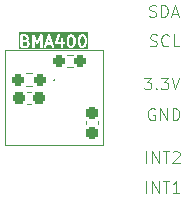
<source format=gto>
G04 #@! TF.GenerationSoftware,KiCad,Pcbnew,8.0.5*
G04 #@! TF.CreationDate,2024-09-21T15:57:37+02:00*
G04 #@! TF.ProjectId,BMA400-breakout,424d4134-3030-42d6-9272-65616b6f7574,rev?*
G04 #@! TF.SameCoordinates,Original*
G04 #@! TF.FileFunction,Legend,Top*
G04 #@! TF.FilePolarity,Positive*
%FSLAX46Y46*%
G04 Gerber Fmt 4.6, Leading zero omitted, Abs format (unit mm)*
G04 Created by KiCad (PCBNEW 8.0.5) date 2024-09-21 15:57:37*
%MOMM*%
%LPD*%
G01*
G04 APERTURE LIST*
G04 Aperture macros list*
%AMRoundRect*
0 Rectangle with rounded corners*
0 $1 Rounding radius*
0 $2 $3 $4 $5 $6 $7 $8 $9 X,Y pos of 4 corners*
0 Add a 4 corners polygon primitive as box body*
4,1,4,$2,$3,$4,$5,$6,$7,$8,$9,$2,$3,0*
0 Add four circle primitives for the rounded corners*
1,1,$1+$1,$2,$3*
1,1,$1+$1,$4,$5*
1,1,$1+$1,$6,$7*
1,1,$1+$1,$8,$9*
0 Add four rect primitives between the rounded corners*
20,1,$1+$1,$2,$3,$4,$5,0*
20,1,$1+$1,$4,$5,$6,$7,0*
20,1,$1+$1,$6,$7,$8,$9,0*
20,1,$1+$1,$8,$9,$2,$3,0*%
G04 Aperture macros list end*
%ADD10C,0.200000*%
%ADD11C,0.100000*%
%ADD12C,0.125000*%
%ADD13C,0.120000*%
%ADD14C,1.700000*%
%ADD15O,1.700000X1.700000*%
%ADD16R,1.700000X1.700000*%
%ADD17RoundRect,0.237500X0.250000X0.237500X-0.250000X0.237500X-0.250000X-0.237500X0.250000X-0.237500X0*%
%ADD18RoundRect,0.237500X-0.250000X-0.237500X0.250000X-0.237500X0.250000X0.237500X-0.250000X0.237500X0*%
%ADD19RoundRect,0.237500X0.300000X0.237500X-0.300000X0.237500X-0.300000X-0.237500X0.300000X-0.237500X0*%
%ADD20R,0.410000X0.280000*%
%ADD21R,0.280000X0.410000*%
%ADD22RoundRect,0.237500X-0.237500X0.300000X-0.237500X-0.300000X0.237500X-0.300000X0.237500X0.300000X0*%
G04 APERTURE END LIST*
D10*
G36*
X100883273Y-68288430D02*
G01*
X100902725Y-68307882D01*
X100932530Y-68367492D01*
X100932530Y-68463135D01*
X100902725Y-68522743D01*
X100878056Y-68547413D01*
X100818447Y-68577219D01*
X100561102Y-68577219D01*
X100561102Y-68253409D01*
X100778208Y-68253409D01*
X100883273Y-68288430D01*
G37*
G36*
X100830437Y-67807024D02*
G01*
X100855106Y-67831692D01*
X100884911Y-67891302D01*
X100884911Y-67939326D01*
X100855106Y-67998935D01*
X100830437Y-68023603D01*
X100770828Y-68053409D01*
X100561102Y-68053409D01*
X100561102Y-67777219D01*
X100770828Y-67777219D01*
X100830437Y-67807024D01*
G37*
G36*
X104735199Y-67807024D02*
G01*
X104759868Y-67831692D01*
X104795321Y-67902599D01*
X104837292Y-68070480D01*
X104837292Y-68283956D01*
X104795321Y-68451837D01*
X104759868Y-68522743D01*
X104735199Y-68547413D01*
X104675590Y-68577219D01*
X104627566Y-68577219D01*
X104567956Y-68547414D01*
X104543289Y-68522746D01*
X104507834Y-68451837D01*
X104465864Y-68283956D01*
X104465864Y-68070481D01*
X104507834Y-67902599D01*
X104543288Y-67831692D01*
X104567956Y-67807023D01*
X104627566Y-67777219D01*
X104675590Y-67777219D01*
X104735199Y-67807024D01*
G37*
G36*
X105687580Y-67807024D02*
G01*
X105712249Y-67831692D01*
X105747702Y-67902599D01*
X105789673Y-68070480D01*
X105789673Y-68283956D01*
X105747702Y-68451837D01*
X105712249Y-68522743D01*
X105687580Y-68547413D01*
X105627971Y-68577219D01*
X105579947Y-68577219D01*
X105520337Y-68547414D01*
X105495670Y-68522746D01*
X105460215Y-68451837D01*
X105418245Y-68283956D01*
X105418245Y-68070481D01*
X105460215Y-67902599D01*
X105495669Y-67831692D01*
X105520337Y-67807023D01*
X105579947Y-67777219D01*
X105627971Y-67777219D01*
X105687580Y-67807024D01*
G37*
G36*
X102893788Y-68291504D02*
G01*
X102695083Y-68291504D01*
X102794435Y-67993446D01*
X102893788Y-68291504D01*
G37*
G36*
X106100784Y-68888330D02*
G01*
X100249991Y-68888330D01*
X100249991Y-67677219D01*
X100361102Y-67677219D01*
X100361102Y-68677219D01*
X100363023Y-68696728D01*
X100377955Y-68732776D01*
X100405545Y-68760366D01*
X100441593Y-68775298D01*
X100461102Y-68777219D01*
X100842054Y-68777219D01*
X100861563Y-68775298D01*
X100864883Y-68773922D01*
X100868467Y-68773668D01*
X100886775Y-68766662D01*
X100982013Y-68719043D01*
X100990408Y-68713758D01*
X100992850Y-68712747D01*
X100995597Y-68710491D01*
X100998603Y-68708600D01*
X101000333Y-68706605D01*
X101008003Y-68700310D01*
X101055622Y-68652690D01*
X101061914Y-68645023D01*
X101063911Y-68643292D01*
X101065804Y-68640284D01*
X101068059Y-68637537D01*
X101069070Y-68635095D01*
X101074354Y-68626701D01*
X101121973Y-68531464D01*
X101128979Y-68513155D01*
X101129233Y-68509571D01*
X101130609Y-68506251D01*
X101132530Y-68486742D01*
X101132530Y-68343885D01*
X101130609Y-68324376D01*
X101129233Y-68321055D01*
X101128979Y-68317472D01*
X101121973Y-68299163D01*
X101074354Y-68203926D01*
X101069068Y-68195529D01*
X101068058Y-68193089D01*
X101065804Y-68190343D01*
X101063911Y-68187335D01*
X101061913Y-68185602D01*
X101055621Y-68177936D01*
X101008003Y-68130317D01*
X101007214Y-68129669D01*
X101008002Y-68128882D01*
X101014294Y-68121215D01*
X101016292Y-68119483D01*
X101018185Y-68116474D01*
X101020439Y-68113729D01*
X101021449Y-68111288D01*
X101026735Y-68102892D01*
X101074354Y-68007655D01*
X101081360Y-67989346D01*
X101081614Y-67985762D01*
X101082990Y-67982442D01*
X101084911Y-67962933D01*
X101084911Y-67867695D01*
X101082990Y-67848186D01*
X101081614Y-67844865D01*
X101081360Y-67841282D01*
X101074354Y-67822973D01*
X101026735Y-67727736D01*
X101021449Y-67719339D01*
X101020439Y-67716899D01*
X101018185Y-67714153D01*
X101016292Y-67711145D01*
X101014294Y-67709412D01*
X101008002Y-67701746D01*
X100983476Y-67677219D01*
X101361102Y-67677219D01*
X101361102Y-68677219D01*
X101363023Y-68696728D01*
X101377955Y-68732776D01*
X101405545Y-68760366D01*
X101441593Y-68775298D01*
X101480611Y-68775298D01*
X101516659Y-68760366D01*
X101544249Y-68732776D01*
X101559181Y-68696728D01*
X101561102Y-68677219D01*
X101561102Y-68127975D01*
X101703817Y-68433793D01*
X101708049Y-68440938D01*
X101708929Y-68443356D01*
X101710494Y-68445065D01*
X101713808Y-68450659D01*
X101725018Y-68460925D01*
X101735280Y-68472131D01*
X101739305Y-68474009D01*
X101742583Y-68477011D01*
X101756865Y-68482204D01*
X101770638Y-68488632D01*
X101775077Y-68488827D01*
X101779252Y-68490345D01*
X101794435Y-68489677D01*
X101809618Y-68490345D01*
X101813791Y-68488827D01*
X101818233Y-68488632D01*
X101832017Y-68482199D01*
X101846287Y-68477010D01*
X101849560Y-68474012D01*
X101853590Y-68472132D01*
X101863859Y-68460917D01*
X101875062Y-68450659D01*
X101878373Y-68445068D01*
X101879942Y-68443356D01*
X101880822Y-68440934D01*
X101885053Y-68433793D01*
X102027768Y-68127974D01*
X102027768Y-68677219D01*
X102029689Y-68696728D01*
X102044621Y-68732776D01*
X102072211Y-68760366D01*
X102108259Y-68775298D01*
X102147277Y-68775298D01*
X102183325Y-68760366D01*
X102210915Y-68732776D01*
X102225847Y-68696728D01*
X102227768Y-68677219D01*
X102227768Y-68664712D01*
X102361887Y-68664712D01*
X102364653Y-68703632D01*
X102382103Y-68738531D01*
X102411579Y-68764096D01*
X102448595Y-68776434D01*
X102487515Y-68773668D01*
X102522414Y-68756218D01*
X102547979Y-68726742D01*
X102555970Y-68708842D01*
X102628416Y-68491504D01*
X102960454Y-68491504D01*
X103032900Y-68708841D01*
X103040891Y-68726742D01*
X103066456Y-68756218D01*
X103101355Y-68773667D01*
X103140275Y-68776434D01*
X103177291Y-68764095D01*
X103206767Y-68738530D01*
X103224217Y-68703631D01*
X103226983Y-68664711D01*
X103222636Y-68645596D01*
X103117897Y-68331378D01*
X103314268Y-68331378D01*
X103315404Y-68347362D01*
X103315404Y-68363394D01*
X103316779Y-68366714D01*
X103317034Y-68370298D01*
X103324201Y-68384633D01*
X103330336Y-68399442D01*
X103332876Y-68401982D01*
X103334484Y-68405197D01*
X103346595Y-68415701D01*
X103357926Y-68427032D01*
X103361244Y-68428406D01*
X103363960Y-68430762D01*
X103379169Y-68435831D01*
X103393974Y-68441964D01*
X103399074Y-68442466D01*
X103400976Y-68443100D01*
X103403609Y-68442912D01*
X103413483Y-68443885D01*
X103789673Y-68443885D01*
X103789673Y-68677219D01*
X103791594Y-68696728D01*
X103806526Y-68732776D01*
X103834116Y-68760366D01*
X103870164Y-68775298D01*
X103909182Y-68775298D01*
X103945230Y-68760366D01*
X103972820Y-68732776D01*
X103987752Y-68696728D01*
X103989673Y-68677219D01*
X103989673Y-68443885D01*
X104032530Y-68443885D01*
X104052039Y-68441964D01*
X104088087Y-68427032D01*
X104115677Y-68399442D01*
X104130609Y-68363394D01*
X104130609Y-68324376D01*
X104115677Y-68288328D01*
X104088087Y-68260738D01*
X104052039Y-68245806D01*
X104032530Y-68243885D01*
X103989673Y-68243885D01*
X103989673Y-68058171D01*
X104265864Y-68058171D01*
X104265864Y-68296266D01*
X104266199Y-68299668D01*
X104265982Y-68301127D01*
X104267061Y-68308424D01*
X104267785Y-68315775D01*
X104268349Y-68317138D01*
X104268850Y-68320520D01*
X104316469Y-68510995D01*
X104316982Y-68512432D01*
X104317034Y-68513155D01*
X104320142Y-68521279D01*
X104323064Y-68529456D01*
X104323494Y-68530036D01*
X104324040Y-68531463D01*
X104371659Y-68626701D01*
X104376942Y-68635093D01*
X104377954Y-68637537D01*
X104380210Y-68640286D01*
X104382102Y-68643291D01*
X104384096Y-68645020D01*
X104390391Y-68652690D01*
X104438009Y-68700310D01*
X104445677Y-68706603D01*
X104447409Y-68708600D01*
X104450417Y-68710493D01*
X104453163Y-68712747D01*
X104455603Y-68713757D01*
X104464000Y-68719043D01*
X104559237Y-68766662D01*
X104577546Y-68773668D01*
X104581129Y-68773922D01*
X104584450Y-68775298D01*
X104603959Y-68777219D01*
X104699197Y-68777219D01*
X104718706Y-68775298D01*
X104722026Y-68773922D01*
X104725610Y-68773668D01*
X104743918Y-68766662D01*
X104839156Y-68719043D01*
X104847551Y-68713758D01*
X104849993Y-68712747D01*
X104852740Y-68710491D01*
X104855746Y-68708600D01*
X104857476Y-68706605D01*
X104865146Y-68700310D01*
X104912765Y-68652690D01*
X104919057Y-68645023D01*
X104921054Y-68643292D01*
X104922947Y-68640284D01*
X104925202Y-68637537D01*
X104926213Y-68635095D01*
X104931497Y-68626701D01*
X104979116Y-68531464D01*
X104979662Y-68530035D01*
X104980092Y-68529456D01*
X104983013Y-68521279D01*
X104986122Y-68513155D01*
X104986173Y-68512434D01*
X104986687Y-68510996D01*
X105034306Y-68320520D01*
X105034806Y-68317138D01*
X105035371Y-68315775D01*
X105036094Y-68308424D01*
X105037174Y-68301127D01*
X105036956Y-68299668D01*
X105037292Y-68296266D01*
X105037292Y-68058171D01*
X105218245Y-68058171D01*
X105218245Y-68296266D01*
X105218580Y-68299668D01*
X105218363Y-68301127D01*
X105219442Y-68308424D01*
X105220166Y-68315775D01*
X105220730Y-68317138D01*
X105221231Y-68320520D01*
X105268850Y-68510995D01*
X105269363Y-68512432D01*
X105269415Y-68513155D01*
X105272523Y-68521279D01*
X105275445Y-68529456D01*
X105275875Y-68530036D01*
X105276421Y-68531463D01*
X105324040Y-68626701D01*
X105329323Y-68635093D01*
X105330335Y-68637537D01*
X105332591Y-68640286D01*
X105334483Y-68643291D01*
X105336477Y-68645020D01*
X105342772Y-68652690D01*
X105390390Y-68700310D01*
X105398058Y-68706603D01*
X105399790Y-68708600D01*
X105402798Y-68710493D01*
X105405544Y-68712747D01*
X105407984Y-68713757D01*
X105416381Y-68719043D01*
X105511618Y-68766662D01*
X105529927Y-68773668D01*
X105533510Y-68773922D01*
X105536831Y-68775298D01*
X105556340Y-68777219D01*
X105651578Y-68777219D01*
X105671087Y-68775298D01*
X105674407Y-68773922D01*
X105677991Y-68773668D01*
X105696299Y-68766662D01*
X105791537Y-68719043D01*
X105799932Y-68713758D01*
X105802374Y-68712747D01*
X105805121Y-68710491D01*
X105808127Y-68708600D01*
X105809857Y-68706605D01*
X105817527Y-68700310D01*
X105865146Y-68652690D01*
X105871438Y-68645023D01*
X105873435Y-68643292D01*
X105875328Y-68640284D01*
X105877583Y-68637537D01*
X105878594Y-68635095D01*
X105883878Y-68626701D01*
X105931497Y-68531464D01*
X105932043Y-68530035D01*
X105932473Y-68529456D01*
X105935394Y-68521279D01*
X105938503Y-68513155D01*
X105938554Y-68512434D01*
X105939068Y-68510996D01*
X105986687Y-68320520D01*
X105987187Y-68317138D01*
X105987752Y-68315775D01*
X105988475Y-68308424D01*
X105989555Y-68301127D01*
X105989337Y-68299668D01*
X105989673Y-68296266D01*
X105989673Y-68058171D01*
X105989337Y-68054768D01*
X105989555Y-68053310D01*
X105988475Y-68046012D01*
X105987752Y-68038662D01*
X105987187Y-68037298D01*
X105986687Y-68033917D01*
X105939068Y-67843441D01*
X105938554Y-67842002D01*
X105938503Y-67841282D01*
X105935394Y-67833157D01*
X105932473Y-67824981D01*
X105932043Y-67824401D01*
X105931497Y-67822973D01*
X105883878Y-67727736D01*
X105878592Y-67719339D01*
X105877582Y-67716899D01*
X105875328Y-67714153D01*
X105873435Y-67711145D01*
X105871437Y-67709412D01*
X105865145Y-67701746D01*
X105817527Y-67654127D01*
X105809856Y-67647832D01*
X105808127Y-67645838D01*
X105805119Y-67643944D01*
X105802373Y-67641691D01*
X105799933Y-67640680D01*
X105791537Y-67635395D01*
X105696299Y-67587776D01*
X105677991Y-67580770D01*
X105674407Y-67580515D01*
X105671087Y-67579140D01*
X105651578Y-67577219D01*
X105556340Y-67577219D01*
X105536831Y-67579140D01*
X105533510Y-67580515D01*
X105529927Y-67580770D01*
X105511618Y-67587776D01*
X105416381Y-67635395D01*
X105407984Y-67640680D01*
X105405544Y-67641691D01*
X105402798Y-67643944D01*
X105399790Y-67645838D01*
X105398057Y-67647835D01*
X105390391Y-67654128D01*
X105342772Y-67701746D01*
X105336477Y-67709416D01*
X105334483Y-67711146D01*
X105332589Y-67714153D01*
X105330336Y-67716900D01*
X105329325Y-67719339D01*
X105324040Y-67727736D01*
X105276421Y-67822974D01*
X105275875Y-67824400D01*
X105275445Y-67824981D01*
X105272523Y-67833157D01*
X105269415Y-67841282D01*
X105269363Y-67842004D01*
X105268850Y-67843442D01*
X105221231Y-68033917D01*
X105220730Y-68037298D01*
X105220166Y-68038662D01*
X105219442Y-68046012D01*
X105218363Y-68053310D01*
X105218580Y-68054768D01*
X105218245Y-68058171D01*
X105037292Y-68058171D01*
X105036956Y-68054768D01*
X105037174Y-68053310D01*
X105036094Y-68046012D01*
X105035371Y-68038662D01*
X105034806Y-68037298D01*
X105034306Y-68033917D01*
X104986687Y-67843441D01*
X104986173Y-67842002D01*
X104986122Y-67841282D01*
X104983013Y-67833157D01*
X104980092Y-67824981D01*
X104979662Y-67824401D01*
X104979116Y-67822973D01*
X104931497Y-67727736D01*
X104926211Y-67719339D01*
X104925201Y-67716899D01*
X104922947Y-67714153D01*
X104921054Y-67711145D01*
X104919056Y-67709412D01*
X104912764Y-67701746D01*
X104865146Y-67654127D01*
X104857475Y-67647832D01*
X104855746Y-67645838D01*
X104852738Y-67643944D01*
X104849992Y-67641691D01*
X104847552Y-67640680D01*
X104839156Y-67635395D01*
X104743918Y-67587776D01*
X104725610Y-67580770D01*
X104722026Y-67580515D01*
X104718706Y-67579140D01*
X104699197Y-67577219D01*
X104603959Y-67577219D01*
X104584450Y-67579140D01*
X104581129Y-67580515D01*
X104577546Y-67580770D01*
X104559237Y-67587776D01*
X104464000Y-67635395D01*
X104455603Y-67640680D01*
X104453163Y-67641691D01*
X104450417Y-67643944D01*
X104447409Y-67645838D01*
X104445676Y-67647835D01*
X104438010Y-67654128D01*
X104390391Y-67701746D01*
X104384096Y-67709416D01*
X104382102Y-67711146D01*
X104380208Y-67714153D01*
X104377955Y-67716900D01*
X104376944Y-67719339D01*
X104371659Y-67727736D01*
X104324040Y-67822974D01*
X104323494Y-67824400D01*
X104323064Y-67824981D01*
X104320142Y-67833157D01*
X104317034Y-67841282D01*
X104316982Y-67842004D01*
X104316469Y-67843442D01*
X104268850Y-68033917D01*
X104268349Y-68037298D01*
X104267785Y-68038662D01*
X104267061Y-68046012D01*
X104265982Y-68053310D01*
X104266199Y-68054768D01*
X104265864Y-68058171D01*
X103989673Y-68058171D01*
X103989673Y-68010552D01*
X103987752Y-67991043D01*
X103972820Y-67954995D01*
X103945230Y-67927405D01*
X103909182Y-67912473D01*
X103870164Y-67912473D01*
X103834116Y-67927405D01*
X103806526Y-67954995D01*
X103791594Y-67991043D01*
X103789673Y-68010552D01*
X103789673Y-68243885D01*
X103552225Y-68243885D01*
X103746446Y-67661223D01*
X103750793Y-67642108D01*
X103748027Y-67603188D01*
X103730577Y-67568289D01*
X103701101Y-67542724D01*
X103664085Y-67530385D01*
X103625165Y-67533152D01*
X103590266Y-67550601D01*
X103564701Y-67580077D01*
X103556710Y-67597978D01*
X103318615Y-68312262D01*
X103316415Y-68321933D01*
X103315404Y-68324376D01*
X103315404Y-68326382D01*
X103314268Y-68331378D01*
X103117897Y-68331378D01*
X102889303Y-67645596D01*
X102881312Y-67627696D01*
X102876627Y-67622294D01*
X102873434Y-67615908D01*
X102863965Y-67607695D01*
X102855747Y-67598220D01*
X102849355Y-67595023D01*
X102843958Y-67590343D01*
X102832064Y-67586378D01*
X102820848Y-67580770D01*
X102813720Y-67580263D01*
X102806942Y-67578004D01*
X102794437Y-67578893D01*
X102781928Y-67578004D01*
X102775146Y-67580264D01*
X102768022Y-67580771D01*
X102756813Y-67586374D01*
X102744912Y-67590342D01*
X102739511Y-67595025D01*
X102733123Y-67598220D01*
X102724907Y-67607691D01*
X102715436Y-67615907D01*
X102712241Y-67622296D01*
X102707558Y-67627696D01*
X102699567Y-67645597D01*
X102366234Y-68645596D01*
X102361887Y-68664712D01*
X102227768Y-68664712D01*
X102227768Y-67677219D01*
X102226505Y-67664395D01*
X102226609Y-67662036D01*
X102226148Y-67660768D01*
X102225847Y-67657710D01*
X102219206Y-67641679D01*
X102213275Y-67625367D01*
X102211768Y-67623721D01*
X102210915Y-67621662D01*
X102198653Y-67609400D01*
X102186923Y-67596591D01*
X102184899Y-67595646D01*
X102183325Y-67594072D01*
X102167309Y-67587437D01*
X102151566Y-67580091D01*
X102149336Y-67579993D01*
X102147277Y-67579140D01*
X102129925Y-67579140D01*
X102112585Y-67578378D01*
X102110489Y-67579140D01*
X102108259Y-67579140D01*
X102092228Y-67585780D01*
X102075916Y-67591712D01*
X102074270Y-67593218D01*
X102072211Y-67594072D01*
X102059943Y-67606339D01*
X102047141Y-67618064D01*
X102045574Y-67620708D01*
X102044621Y-67621662D01*
X102043717Y-67623843D01*
X102037150Y-67634930D01*
X101794434Y-68155033D01*
X101551720Y-67634930D01*
X101545152Y-67623843D01*
X101544249Y-67621662D01*
X101543295Y-67620708D01*
X101541729Y-67618064D01*
X101528932Y-67606345D01*
X101516659Y-67594072D01*
X101514597Y-67593218D01*
X101512954Y-67591713D01*
X101496652Y-67585784D01*
X101480611Y-67579140D01*
X101478380Y-67579140D01*
X101476285Y-67578378D01*
X101458945Y-67579140D01*
X101441593Y-67579140D01*
X101439533Y-67579993D01*
X101437305Y-67580091D01*
X101421574Y-67587432D01*
X101405545Y-67594072D01*
X101403968Y-67595648D01*
X101401947Y-67596592D01*
X101390228Y-67609388D01*
X101377955Y-67621662D01*
X101377101Y-67623723D01*
X101375596Y-67625367D01*
X101369667Y-67641668D01*
X101363023Y-67657710D01*
X101362721Y-67660768D01*
X101362261Y-67662036D01*
X101362364Y-67664395D01*
X101361102Y-67677219D01*
X100983476Y-67677219D01*
X100960384Y-67654127D01*
X100952713Y-67647832D01*
X100950984Y-67645838D01*
X100947976Y-67643944D01*
X100945230Y-67641691D01*
X100942790Y-67640680D01*
X100934394Y-67635395D01*
X100839156Y-67587776D01*
X100820848Y-67580770D01*
X100817264Y-67580515D01*
X100813944Y-67579140D01*
X100794435Y-67577219D01*
X100461102Y-67577219D01*
X100441593Y-67579140D01*
X100405545Y-67594072D01*
X100377955Y-67621662D01*
X100363023Y-67657710D01*
X100361102Y-67677219D01*
X100249991Y-67677219D01*
X100249991Y-67419274D01*
X106100784Y-67419274D01*
X106100784Y-68888330D01*
G37*
D11*
X99050000Y-68910000D02*
X107390000Y-68910000D01*
X107390000Y-76960000D01*
X99050000Y-76960000D01*
X99050000Y-68910000D01*
D12*
X111282712Y-66093500D02*
X111425569Y-66141119D01*
X111425569Y-66141119D02*
X111663664Y-66141119D01*
X111663664Y-66141119D02*
X111758902Y-66093500D01*
X111758902Y-66093500D02*
X111806521Y-66045880D01*
X111806521Y-66045880D02*
X111854140Y-65950642D01*
X111854140Y-65950642D02*
X111854140Y-65855404D01*
X111854140Y-65855404D02*
X111806521Y-65760166D01*
X111806521Y-65760166D02*
X111758902Y-65712547D01*
X111758902Y-65712547D02*
X111663664Y-65664928D01*
X111663664Y-65664928D02*
X111473188Y-65617309D01*
X111473188Y-65617309D02*
X111377950Y-65569690D01*
X111377950Y-65569690D02*
X111330331Y-65522071D01*
X111330331Y-65522071D02*
X111282712Y-65426833D01*
X111282712Y-65426833D02*
X111282712Y-65331595D01*
X111282712Y-65331595D02*
X111330331Y-65236357D01*
X111330331Y-65236357D02*
X111377950Y-65188738D01*
X111377950Y-65188738D02*
X111473188Y-65141119D01*
X111473188Y-65141119D02*
X111711283Y-65141119D01*
X111711283Y-65141119D02*
X111854140Y-65188738D01*
X112282712Y-66141119D02*
X112282712Y-65141119D01*
X112282712Y-65141119D02*
X112520807Y-65141119D01*
X112520807Y-65141119D02*
X112663664Y-65188738D01*
X112663664Y-65188738D02*
X112758902Y-65283976D01*
X112758902Y-65283976D02*
X112806521Y-65379214D01*
X112806521Y-65379214D02*
X112854140Y-65569690D01*
X112854140Y-65569690D02*
X112854140Y-65712547D01*
X112854140Y-65712547D02*
X112806521Y-65903023D01*
X112806521Y-65903023D02*
X112758902Y-65998261D01*
X112758902Y-65998261D02*
X112663664Y-66093500D01*
X112663664Y-66093500D02*
X112520807Y-66141119D01*
X112520807Y-66141119D02*
X112282712Y-66141119D01*
X113235093Y-65855404D02*
X113711283Y-65855404D01*
X113139855Y-66141119D02*
X113473188Y-65141119D01*
X113473188Y-65141119D02*
X113806521Y-66141119D01*
X111332712Y-68563500D02*
X111475569Y-68611119D01*
X111475569Y-68611119D02*
X111713664Y-68611119D01*
X111713664Y-68611119D02*
X111808902Y-68563500D01*
X111808902Y-68563500D02*
X111856521Y-68515880D01*
X111856521Y-68515880D02*
X111904140Y-68420642D01*
X111904140Y-68420642D02*
X111904140Y-68325404D01*
X111904140Y-68325404D02*
X111856521Y-68230166D01*
X111856521Y-68230166D02*
X111808902Y-68182547D01*
X111808902Y-68182547D02*
X111713664Y-68134928D01*
X111713664Y-68134928D02*
X111523188Y-68087309D01*
X111523188Y-68087309D02*
X111427950Y-68039690D01*
X111427950Y-68039690D02*
X111380331Y-67992071D01*
X111380331Y-67992071D02*
X111332712Y-67896833D01*
X111332712Y-67896833D02*
X111332712Y-67801595D01*
X111332712Y-67801595D02*
X111380331Y-67706357D01*
X111380331Y-67706357D02*
X111427950Y-67658738D01*
X111427950Y-67658738D02*
X111523188Y-67611119D01*
X111523188Y-67611119D02*
X111761283Y-67611119D01*
X111761283Y-67611119D02*
X111904140Y-67658738D01*
X112904140Y-68515880D02*
X112856521Y-68563500D01*
X112856521Y-68563500D02*
X112713664Y-68611119D01*
X112713664Y-68611119D02*
X112618426Y-68611119D01*
X112618426Y-68611119D02*
X112475569Y-68563500D01*
X112475569Y-68563500D02*
X112380331Y-68468261D01*
X112380331Y-68468261D02*
X112332712Y-68373023D01*
X112332712Y-68373023D02*
X112285093Y-68182547D01*
X112285093Y-68182547D02*
X112285093Y-68039690D01*
X112285093Y-68039690D02*
X112332712Y-67849214D01*
X112332712Y-67849214D02*
X112380331Y-67753976D01*
X112380331Y-67753976D02*
X112475569Y-67658738D01*
X112475569Y-67658738D02*
X112618426Y-67611119D01*
X112618426Y-67611119D02*
X112713664Y-67611119D01*
X112713664Y-67611119D02*
X112856521Y-67658738D01*
X112856521Y-67658738D02*
X112904140Y-67706357D01*
X113808902Y-68611119D02*
X113332712Y-68611119D01*
X113332712Y-68611119D02*
X113332712Y-67611119D01*
X110815093Y-71271119D02*
X111434140Y-71271119D01*
X111434140Y-71271119D02*
X111100807Y-71652071D01*
X111100807Y-71652071D02*
X111243664Y-71652071D01*
X111243664Y-71652071D02*
X111338902Y-71699690D01*
X111338902Y-71699690D02*
X111386521Y-71747309D01*
X111386521Y-71747309D02*
X111434140Y-71842547D01*
X111434140Y-71842547D02*
X111434140Y-72080642D01*
X111434140Y-72080642D02*
X111386521Y-72175880D01*
X111386521Y-72175880D02*
X111338902Y-72223500D01*
X111338902Y-72223500D02*
X111243664Y-72271119D01*
X111243664Y-72271119D02*
X110957950Y-72271119D01*
X110957950Y-72271119D02*
X110862712Y-72223500D01*
X110862712Y-72223500D02*
X110815093Y-72175880D01*
X111862712Y-72175880D02*
X111910331Y-72223500D01*
X111910331Y-72223500D02*
X111862712Y-72271119D01*
X111862712Y-72271119D02*
X111815093Y-72223500D01*
X111815093Y-72223500D02*
X111862712Y-72175880D01*
X111862712Y-72175880D02*
X111862712Y-72271119D01*
X112243664Y-71271119D02*
X112862711Y-71271119D01*
X112862711Y-71271119D02*
X112529378Y-71652071D01*
X112529378Y-71652071D02*
X112672235Y-71652071D01*
X112672235Y-71652071D02*
X112767473Y-71699690D01*
X112767473Y-71699690D02*
X112815092Y-71747309D01*
X112815092Y-71747309D02*
X112862711Y-71842547D01*
X112862711Y-71842547D02*
X112862711Y-72080642D01*
X112862711Y-72080642D02*
X112815092Y-72175880D01*
X112815092Y-72175880D02*
X112767473Y-72223500D01*
X112767473Y-72223500D02*
X112672235Y-72271119D01*
X112672235Y-72271119D02*
X112386521Y-72271119D01*
X112386521Y-72271119D02*
X112291283Y-72223500D01*
X112291283Y-72223500D02*
X112243664Y-72175880D01*
X113148426Y-71271119D02*
X113481759Y-72271119D01*
X113481759Y-72271119D02*
X113815092Y-71271119D01*
X111714140Y-73918738D02*
X111618902Y-73871119D01*
X111618902Y-73871119D02*
X111476045Y-73871119D01*
X111476045Y-73871119D02*
X111333188Y-73918738D01*
X111333188Y-73918738D02*
X111237950Y-74013976D01*
X111237950Y-74013976D02*
X111190331Y-74109214D01*
X111190331Y-74109214D02*
X111142712Y-74299690D01*
X111142712Y-74299690D02*
X111142712Y-74442547D01*
X111142712Y-74442547D02*
X111190331Y-74633023D01*
X111190331Y-74633023D02*
X111237950Y-74728261D01*
X111237950Y-74728261D02*
X111333188Y-74823500D01*
X111333188Y-74823500D02*
X111476045Y-74871119D01*
X111476045Y-74871119D02*
X111571283Y-74871119D01*
X111571283Y-74871119D02*
X111714140Y-74823500D01*
X111714140Y-74823500D02*
X111761759Y-74775880D01*
X111761759Y-74775880D02*
X111761759Y-74442547D01*
X111761759Y-74442547D02*
X111571283Y-74442547D01*
X112190331Y-74871119D02*
X112190331Y-73871119D01*
X112190331Y-73871119D02*
X112761759Y-74871119D01*
X112761759Y-74871119D02*
X112761759Y-73871119D01*
X113237950Y-74871119D02*
X113237950Y-73871119D01*
X113237950Y-73871119D02*
X113476045Y-73871119D01*
X113476045Y-73871119D02*
X113618902Y-73918738D01*
X113618902Y-73918738D02*
X113714140Y-74013976D01*
X113714140Y-74013976D02*
X113761759Y-74109214D01*
X113761759Y-74109214D02*
X113809378Y-74299690D01*
X113809378Y-74299690D02*
X113809378Y-74442547D01*
X113809378Y-74442547D02*
X113761759Y-74633023D01*
X113761759Y-74633023D02*
X113714140Y-74728261D01*
X113714140Y-74728261D02*
X113618902Y-74823500D01*
X113618902Y-74823500D02*
X113476045Y-74871119D01*
X113476045Y-74871119D02*
X113237950Y-74871119D01*
X111010331Y-81001119D02*
X111010331Y-80001119D01*
X111486521Y-81001119D02*
X111486521Y-80001119D01*
X111486521Y-80001119D02*
X112057949Y-81001119D01*
X112057949Y-81001119D02*
X112057949Y-80001119D01*
X112391283Y-80001119D02*
X112962711Y-80001119D01*
X112676997Y-81001119D02*
X112676997Y-80001119D01*
X113819854Y-81001119D02*
X113248426Y-81001119D01*
X113534140Y-81001119D02*
X113534140Y-80001119D01*
X113534140Y-80001119D02*
X113438902Y-80143976D01*
X113438902Y-80143976D02*
X113343664Y-80239214D01*
X113343664Y-80239214D02*
X113248426Y-80286833D01*
X111020331Y-78501119D02*
X111020331Y-77501119D01*
X111496521Y-78501119D02*
X111496521Y-77501119D01*
X111496521Y-77501119D02*
X112067949Y-78501119D01*
X112067949Y-78501119D02*
X112067949Y-77501119D01*
X112401283Y-77501119D02*
X112972711Y-77501119D01*
X112686997Y-78501119D02*
X112686997Y-77501119D01*
X113258426Y-77596357D02*
X113306045Y-77548738D01*
X113306045Y-77548738D02*
X113401283Y-77501119D01*
X113401283Y-77501119D02*
X113639378Y-77501119D01*
X113639378Y-77501119D02*
X113734616Y-77548738D01*
X113734616Y-77548738D02*
X113782235Y-77596357D01*
X113782235Y-77596357D02*
X113829854Y-77691595D01*
X113829854Y-77691595D02*
X113829854Y-77786833D01*
X113829854Y-77786833D02*
X113782235Y-77929690D01*
X113782235Y-77929690D02*
X113210807Y-78501119D01*
X113210807Y-78501119D02*
X113829854Y-78501119D01*
D13*
X104784724Y-70372500D02*
X104275276Y-70372500D01*
X104784724Y-69327500D02*
X104275276Y-69327500D01*
X100812776Y-70917500D02*
X101322224Y-70917500D01*
X100812776Y-71962500D02*
X101322224Y-71962500D01*
X101216267Y-73470000D02*
X100923733Y-73470000D01*
X101216267Y-72450000D02*
X100923733Y-72450000D01*
D10*
X103221680Y-71485000D02*
G75*
G02*
X103195000Y-71485000I-13340J0D01*
G01*
X103195000Y-71485000D02*
G75*
G02*
X103221680Y-71485000I13340J0D01*
G01*
D13*
X106940000Y-74943733D02*
X106940000Y-75236267D01*
X105920000Y-74943733D02*
X105920000Y-75236267D01*
%LPC*%
D14*
X115720000Y-80590000D03*
D15*
X115720000Y-78050000D03*
D14*
X115720000Y-65630000D03*
D15*
X115720000Y-68170000D03*
D14*
X115720000Y-71840000D03*
D16*
X115720000Y-74380000D03*
D17*
X105442500Y-69850000D03*
X103617500Y-69850000D03*
D18*
X100155000Y-71440000D03*
X101980000Y-71440000D03*
D19*
X101932500Y-72960000D03*
X100207500Y-72960000D03*
D20*
X103710340Y-71525000D03*
X103710340Y-72025000D03*
X103710340Y-72525000D03*
X103710340Y-73025000D03*
D21*
X104275340Y-73090000D03*
X104775340Y-73090000D03*
D20*
X105340340Y-73025000D03*
X105340340Y-72525000D03*
X105340340Y-72025000D03*
X105340340Y-71525000D03*
D21*
X104775340Y-71460000D03*
X104275340Y-71460000D03*
D22*
X106430000Y-74227500D03*
X106430000Y-75952500D03*
%LPD*%
M02*

</source>
